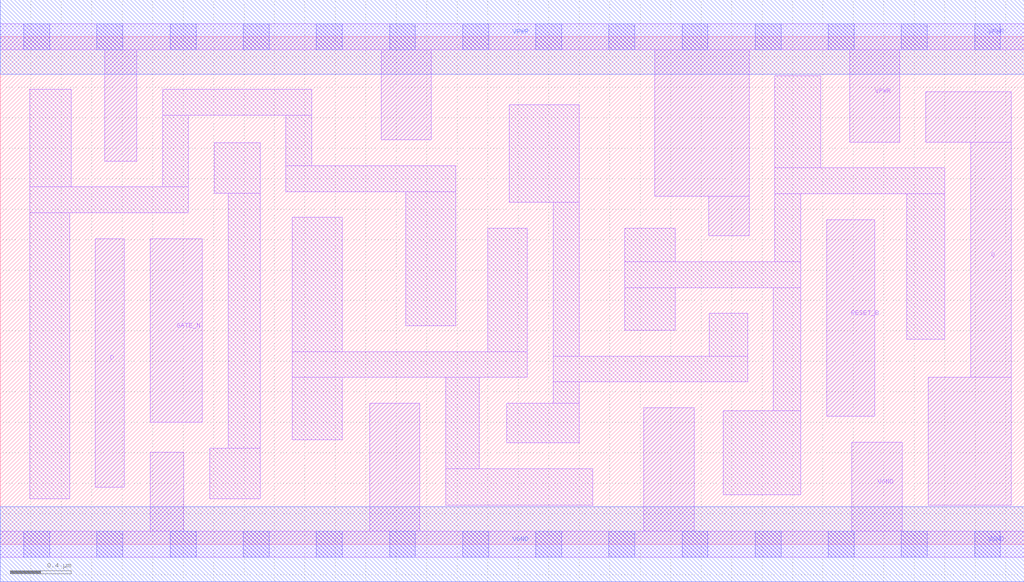
<source format=lef>
# Copyright 2020 The SkyWater PDK Authors
#
# Licensed under the Apache License, Version 2.0 (the "License");
# you may not use this file except in compliance with the License.
# You may obtain a copy of the License at
#
#     https://www.apache.org/licenses/LICENSE-2.0
#
# Unless required by applicable law or agreed to in writing, software
# distributed under the License is distributed on an "AS IS" BASIS,
# WITHOUT WARRANTIES OR CONDITIONS OF ANY KIND, either express or implied.
# See the License for the specific language governing permissions and
# limitations under the License.
#
# SPDX-License-Identifier: Apache-2.0

VERSION 5.7 ;
  NAMESCASESENSITIVE ON ;
  NOWIREEXTENSIONATPIN ON ;
  DIVIDERCHAR "/" ;
  BUSBITCHARS "[]" ;
UNITS
  DATABASE MICRONS 200 ;
END UNITS
MACRO sky130_fd_sc_lp__dlrtn_1
  CLASS CORE ;
  SOURCE USER ;
  FOREIGN sky130_fd_sc_lp__dlrtn_1 ;
  ORIGIN  0.000000  0.000000 ;
  SIZE  6.720000 BY  3.330000 ;
  SYMMETRY X Y R90 ;
  SITE unit ;
  PIN D
    ANTENNAGATEAREA  0.159000 ;
    DIRECTION INPUT ;
    USE SIGNAL ;
    PORT
      LAYER li1 ;
        RECT 0.625000 0.375000 0.815000 2.005000 ;
    END
  END D
  PIN Q
    ANTENNADIFFAREA  0.573300 ;
    DIRECTION OUTPUT ;
    USE SIGNAL ;
    PORT
      LAYER li1 ;
        RECT 6.075000 2.640000 6.635000 2.970000 ;
        RECT 6.090000 0.255000 6.635000 1.095000 ;
        RECT 6.370000 1.095000 6.635000 2.640000 ;
    END
  END Q
  PIN RESET_B
    ANTENNAGATEAREA  0.315000 ;
    DIRECTION INPUT ;
    USE SIGNAL ;
    PORT
      LAYER li1 ;
        RECT 5.425000 0.840000 5.740000 2.130000 ;
    END
  END RESET_B
  PIN GATE_N
    ANTENNAGATEAREA  0.159000 ;
    DIRECTION INPUT ;
    USE CLOCK ;
    PORT
      LAYER li1 ;
        RECT 0.985000 0.800000 1.325000 2.005000 ;
    END
  END GATE_N
  PIN VGND
    DIRECTION INOUT ;
    USE GROUND ;
    PORT
      LAYER li1 ;
        RECT 0.000000 -0.085000 6.720000 0.085000 ;
        RECT 0.985000  0.085000 1.205000 0.605000 ;
        RECT 2.425000  0.085000 2.755000 0.925000 ;
        RECT 4.225000  0.085000 4.555000 0.895000 ;
        RECT 5.590000  0.085000 5.920000 0.670000 ;
      LAYER mcon ;
        RECT 0.155000 -0.085000 0.325000 0.085000 ;
        RECT 0.635000 -0.085000 0.805000 0.085000 ;
        RECT 1.115000 -0.085000 1.285000 0.085000 ;
        RECT 1.595000 -0.085000 1.765000 0.085000 ;
        RECT 2.075000 -0.085000 2.245000 0.085000 ;
        RECT 2.555000 -0.085000 2.725000 0.085000 ;
        RECT 3.035000 -0.085000 3.205000 0.085000 ;
        RECT 3.515000 -0.085000 3.685000 0.085000 ;
        RECT 3.995000 -0.085000 4.165000 0.085000 ;
        RECT 4.475000 -0.085000 4.645000 0.085000 ;
        RECT 4.955000 -0.085000 5.125000 0.085000 ;
        RECT 5.435000 -0.085000 5.605000 0.085000 ;
        RECT 5.915000 -0.085000 6.085000 0.085000 ;
        RECT 6.395000 -0.085000 6.565000 0.085000 ;
      LAYER met1 ;
        RECT 0.000000 -0.245000 6.720000 0.245000 ;
    END
  END VGND
  PIN VPWR
    DIRECTION INOUT ;
    USE POWER ;
    PORT
      LAYER li1 ;
        RECT 0.000000 3.245000 6.720000 3.415000 ;
        RECT 0.685000 2.515000 0.895000 3.245000 ;
        RECT 2.500000 2.655000 2.830000 3.245000 ;
        RECT 4.295000 2.285000 4.915000 3.245000 ;
        RECT 4.650000 2.025000 4.915000 2.285000 ;
        RECT 5.575000 2.640000 5.905000 3.245000 ;
      LAYER mcon ;
        RECT 0.155000 3.245000 0.325000 3.415000 ;
        RECT 0.635000 3.245000 0.805000 3.415000 ;
        RECT 1.115000 3.245000 1.285000 3.415000 ;
        RECT 1.595000 3.245000 1.765000 3.415000 ;
        RECT 2.075000 3.245000 2.245000 3.415000 ;
        RECT 2.555000 3.245000 2.725000 3.415000 ;
        RECT 3.035000 3.245000 3.205000 3.415000 ;
        RECT 3.515000 3.245000 3.685000 3.415000 ;
        RECT 3.995000 3.245000 4.165000 3.415000 ;
        RECT 4.475000 3.245000 4.645000 3.415000 ;
        RECT 4.955000 3.245000 5.125000 3.415000 ;
        RECT 5.435000 3.245000 5.605000 3.415000 ;
        RECT 5.915000 3.245000 6.085000 3.415000 ;
        RECT 6.395000 3.245000 6.565000 3.415000 ;
      LAYER met1 ;
        RECT 0.000000 3.085000 6.720000 3.575000 ;
    END
  END VPWR
  OBS
    LAYER li1 ;
      RECT 0.195000 0.300000 0.455000 2.175000 ;
      RECT 0.195000 2.175000 1.235000 2.345000 ;
      RECT 0.195000 2.345000 0.465000 2.985000 ;
      RECT 1.065000 2.345000 1.235000 2.815000 ;
      RECT 1.065000 2.815000 2.045000 2.985000 ;
      RECT 1.375000 0.300000 1.705000 0.630000 ;
      RECT 1.405000 2.305000 1.705000 2.635000 ;
      RECT 1.495000 0.630000 1.705000 2.305000 ;
      RECT 1.875000 2.315000 2.990000 2.485000 ;
      RECT 1.875000 2.485000 2.045000 2.815000 ;
      RECT 1.915000 0.685000 2.245000 1.095000 ;
      RECT 1.915000 1.095000 3.460000 1.265000 ;
      RECT 1.915000 1.265000 2.245000 2.145000 ;
      RECT 2.660000 1.435000 2.990000 2.315000 ;
      RECT 2.925000 0.255000 3.890000 0.495000 ;
      RECT 2.925000 0.495000 3.145000 1.095000 ;
      RECT 3.200000 1.265000 3.460000 2.075000 ;
      RECT 3.325000 0.665000 3.800000 0.925000 ;
      RECT 3.340000 2.245000 3.800000 2.885000 ;
      RECT 3.630000 0.925000 3.800000 1.065000 ;
      RECT 3.630000 1.065000 4.905000 1.235000 ;
      RECT 3.630000 1.235000 3.800000 2.245000 ;
      RECT 4.100000 1.405000 4.430000 1.685000 ;
      RECT 4.100000 1.685000 5.255000 1.855000 ;
      RECT 4.100000 1.855000 4.430000 2.075000 ;
      RECT 4.655000 1.235000 4.905000 1.515000 ;
      RECT 4.745000 0.325000 5.255000 0.875000 ;
      RECT 5.075000 0.875000 5.255000 1.685000 ;
      RECT 5.085000 1.855000 5.255000 2.300000 ;
      RECT 5.085000 2.300000 6.200000 2.470000 ;
      RECT 5.085000 2.470000 5.385000 3.075000 ;
      RECT 5.950000 1.345000 6.200000 2.300000 ;
  END
END sky130_fd_sc_lp__dlrtn_1

</source>
